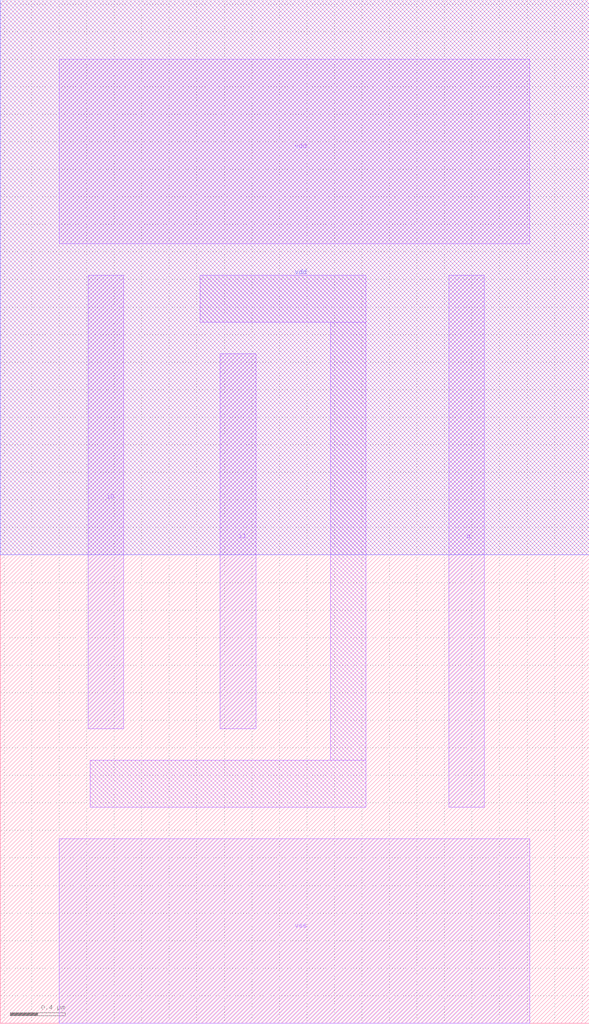
<source format=lef>
VERSION 5.7 ;
  NOWIREEXTENSIONATPIN ON ;
  DIVIDERCHAR "/" ;
  BUSBITCHARS "[]" ;
MACRO and2_x1
  CLASS BLOCK ;
  FOREIGN and2_x1 ;
  ORIGIN 0.430 0.000 ;
  SIZE 4.280 BY 7.430 ;
  PIN vdd
    ANTENNADIFFAREA 2.694600 ;
    PORT
      LAYER Nwell ;
        RECT -0.430 3.400 3.850 7.430 ;
      LAYER Metal1 ;
        RECT 0.000 5.660 3.420 7.000 ;
    END
  END vdd
  PIN vss
    ANTENNADIFFAREA 2.219400 ;
    PORT
      LAYER Metal1 ;
        RECT 0.000 0.000 3.420 1.340 ;
    END
  END vss
  PIN i0
    ANTENNAGATEAREA 0.492800 ;
    PORT
      LAYER Metal1 ;
        RECT 0.210 2.140 0.470 5.430 ;
    END
  END i0
  PIN i1
    ANTENNAGATEAREA 0.492800 ;
    PORT
      LAYER Metal1 ;
        RECT 1.170 2.140 1.430 4.860 ;
    END
  END i1
  PIN q
    ANTENNADIFFAREA 1.738000 ;
    PORT
      LAYER Metal1 ;
        RECT 2.830 1.570 3.090 5.430 ;
    END
  END q
  OBS
      LAYER Metal1 ;
        RECT 1.025 5.090 2.230 5.430 ;
        RECT 1.970 1.910 2.230 5.090 ;
        RECT 0.225 1.570 2.230 1.910 ;
  END
END and2_x1
END LIBRARY


</source>
